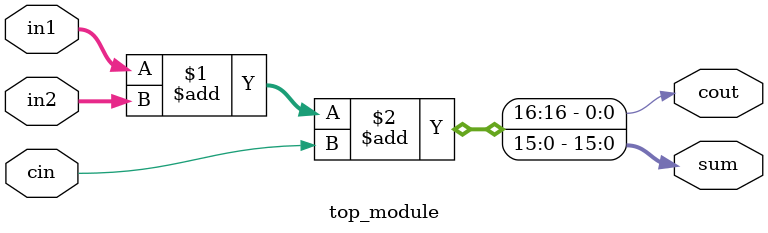
<source format=v>
module top_module(output [15:0] sum,
                      output cout,
                      input [15:0] in1, in2,
                      input cin);
    assign {cout, sum} = in1 + in2 + cin;
endmodule
</source>
